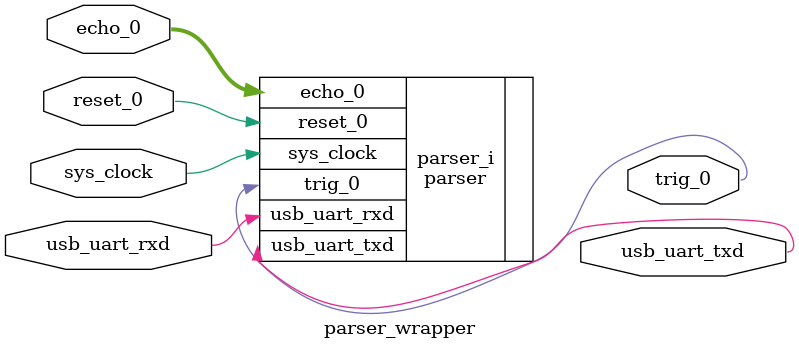
<source format=v>
`timescale 1 ps / 1 ps

module parser_wrapper
   (echo_0,
    reset_0,
    sys_clock,
    trig_0,
    usb_uart_rxd,
    usb_uart_txd);
  input [2:0]echo_0;
  input reset_0;
  input sys_clock;
  output trig_0;
  input usb_uart_rxd;
  output usb_uart_txd;

  wire [2:0]echo_0;
  wire reset_0;
  wire sys_clock;
  wire trig_0;
  wire usb_uart_rxd;
  wire usb_uart_txd;

  parser parser_i
       (.echo_0(echo_0),
        .reset_0(reset_0),
        .sys_clock(sys_clock),
        .trig_0(trig_0),
        .usb_uart_rxd(usb_uart_rxd),
        .usb_uart_txd(usb_uart_txd));
endmodule

</source>
